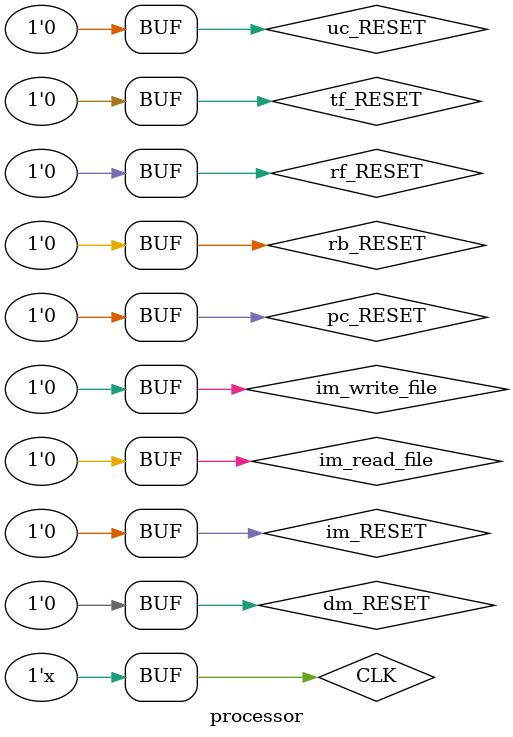
<source format=v>
module processor();
	parameter PERIOD = 5;

	reg CLK;
	initial CLK = 0;
	always #PERIOD CLK = ~CLK;

	reg 		pc_RESET;
	reg 		uc_RESET;
	reg 		im_RESET;
	reg 		rb_RESET;
	reg 		tf_RESET;
	reg 		dm_RESET;
	reg 		rf_RESET;

	wire[31:0]	mxpc_out;
	reg 		im_read_file;
	reg 		im_write_file;
	wire[31:0]	im_instruction;

	wire[31:0]	rb_PRA;
	wire[31:0]	rb_PRB;
	wire[31:0]	se_out;
	wire[4:0]	uc_OP_ALU;
	wire[2:0]	uc_OP_TF;
	wire		uc_W_PC;
	wire		uc_W_DM;
	wire		uc_W_IM;
	wire[2:0]	uc_W_RF;
	wire[1:0]	uc_S_MXRB;
	wire		uc_S_MXSE;

	wire 		tf_out;
	wire[31:0]	dm_Q;
	wire[31:0]	alu_result;
	wire 		alu_O;
	wire 		alu_S;
	wire 		alu_C;
	wire 		alu_Z;

	wire[31:0]	mxrb_out;
	wire 		rf_O;
	wire 		rf_S;
	wire 		rf_C;
	wire 		rf_Z;

	IF if_1(.CLK(CLK),
			.alu_result(alu_result),
			.tf_out(tf_out),
			.mxpc_out(mxpc_out),
			.im_RESET(im_RESET),
			.im_read_file(im_read_file),
			.im_write_file(im_write_file),
			.im_DATA(),
			.im_WE(),
			.im_instruction(im_instruction),
			.pc_RESET(pc_RESET),
			.uc_W_PC(uc_W_PC));

	ID id(	.CLK(CLK),
			.im_instruction(im_instruction),
			.rb_RESET(rb_RESET),
			.rb_WPC(mxrb_out),
			.rb_PRA(rb_PRA),
			.rb_PRB(rb_PRB),
			.se_out(se_out),
			.uc_RESET(uc_RESET),
			.uc_OP_ALU(uc_OP_ALU),
			.uc_OP_TF(uc_OP_TF),
			.uc_W_PC(uc_W_PC),
			.uc_W_DM(uc_W_DM),
			.uc_W_IM(uc_W_IM),
			.uc_W_RF(uc_W_RF),
			.uc_S_MXRB(uc_S_MXRB),
			.uc_S_MXSE(uc_S_MXSE));

	EX ex(	.CLK(CLK),
			.rb_PRA(rb_PRA),
			.rb_PRB(rb_PRB),
			.se_out(se_out),
			.uc_S_MXSE(uc_S_MXSE),
			.rf_O(rf_O),
			.rf_S(rf_S),
			.rf_C(rf_C),
			.rf_Z(rf_Z),
			.tf_RESET(tf_RESET),
			.tf_cond(im_instruction[14:12]),
			.uc_OP_TF(uc_OP_TF),
			.tf_out(tf_out),
			.dm_RESET(dm_RESET),
			.dm_read_file(dm_read_file),
			.dm_write_file(dm_write_file),
			.uc_WE(uc_WE),
			.dm_Q(dm_Q),
			.uc_OP_ALU(uc_OP_ALU),
			.alu_result(alu_result),
			.alu_O(alu_O),
			.alu_S(alu_S),
			.alu_C(alu_C),
			.alu_Z(alu_Z));

	WB wb(	.CLK(CLK),
			.mxpc_out(mxpc_out),
			.dm_Q(dm_Q),
			.alu_result(alu_result),
			.uc_S_MXRB(uc_S_MXRB),
			.mxrb_out(mxrb_out),
			.rf_RESET(rf_RESET),
			.alu_O(alu_O),
			.alu_S(alu_S),
			.alu_C(alu_C),
			.alu_Z(alu_Z),
			.uc_W_RF(uc_W_RF),
			.rf_O(rf_O),
			.rf_S(rf_S),
			.rf_C(rf_C),
			.rf_Z(rf_Z));

	initial begin
		im_RESET = 1;
		#PERIOD
		im_RESET = 0;
		#PERIOD
		im_read_file = 1;
		#PERIOD
		im_read_file = 0;

		pc_RESET = 1;
		uc_RESET = 1;
		rb_RESET = 1;
		tf_RESET = 1;
		dm_RESET = 1;
		rf_RESET = 1;
		#PERIOD

		pc_RESET = 0;
		uc_RESET = 0;
		im_RESET = 0;
		rb_RESET = 0;
		tf_RESET = 0;
		dm_RESET = 0;
		rf_RESET = 0;
		#1000;

		im_write_file = 1;
		#PERIOD
		im_write_file = 0;
	end

endmodule

</source>
